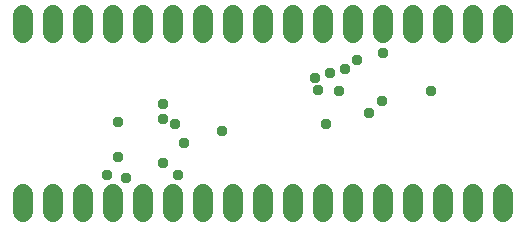
<source format=gbr>
G04 EAGLE Gerber RS-274X export*
G75*
%MOMM*%
%FSLAX34Y34*%
%LPD*%
%INSoldermask Bottom*%
%IPPOS*%
%AMOC8*
5,1,8,0,0,1.08239X$1,22.5*%
G01*
%ADD10C,1.727200*%
%ADD11C,0.959600*%


D10*
X23400Y14780D02*
X23400Y30020D01*
X48800Y30020D02*
X48800Y14780D01*
X74200Y14780D02*
X74200Y30020D01*
X99600Y30020D02*
X99600Y14780D01*
X125000Y14780D02*
X125000Y30020D01*
X150400Y30020D02*
X150400Y14780D01*
X175800Y14780D02*
X175800Y30020D01*
X201200Y30020D02*
X201200Y14780D01*
X226600Y14780D02*
X226600Y30020D01*
X252000Y30020D02*
X252000Y14780D01*
X277400Y14780D02*
X277400Y30020D01*
X302800Y30020D02*
X302800Y14780D01*
X328200Y14780D02*
X328200Y30020D01*
X353600Y30020D02*
X353600Y14780D01*
X379000Y14780D02*
X379000Y30020D01*
X404400Y30020D02*
X404400Y14780D01*
X429800Y14780D02*
X429800Y30020D01*
X429800Y166280D02*
X429800Y181520D01*
X404400Y181520D02*
X404400Y166280D01*
X379000Y166280D02*
X379000Y181520D01*
X353600Y181520D02*
X353600Y166280D01*
X328200Y166280D02*
X328200Y181520D01*
X302800Y181520D02*
X302800Y166280D01*
X277400Y166280D02*
X277400Y181520D01*
X252000Y181520D02*
X252000Y166280D01*
X226600Y166280D02*
X226600Y181520D01*
X201200Y181520D02*
X201200Y166280D01*
X175800Y166280D02*
X175800Y181520D01*
X150400Y181520D02*
X150400Y166280D01*
X125000Y166280D02*
X125000Y181520D01*
X99600Y181520D02*
X99600Y166280D01*
X74200Y166280D02*
X74200Y181520D01*
X48800Y181520D02*
X48800Y166280D01*
X23400Y166280D02*
X23400Y181520D01*
D11*
X291250Y117500D03*
X368750Y117500D03*
X142500Y106250D03*
X103750Y91250D03*
X327500Y108750D03*
X111250Y43750D03*
X316250Y98750D03*
X273750Y118750D03*
X280000Y90000D03*
X296250Y136250D03*
X306250Y143750D03*
X283750Y132500D03*
X328750Y150000D03*
X271250Y128750D03*
X192500Y83750D03*
X155000Y46250D03*
X152500Y90000D03*
X95000Y46250D03*
X160000Y73750D03*
X142500Y56250D03*
X142500Y93750D03*
X103750Y61250D03*
M02*

</source>
